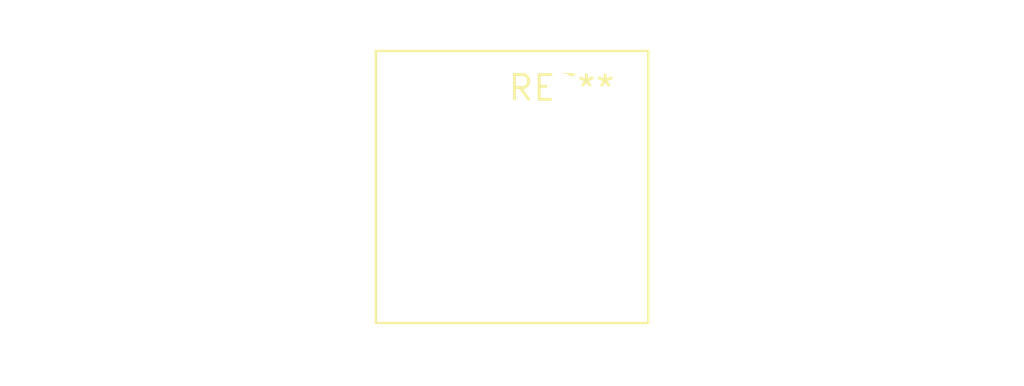
<source format=kicad_pcb>
(kicad_pcb (version 20240108) (generator pcbnew)
  (layers (0 "F.Cu" signal) (31 "B.Cu" signal) (34 "B.Paste" user) (35 "F.Paste" user) (36 "B.SilkS" user "B.Silkscreen") (37 "F.SilkS" user "F.Silkscreen") (38 "B.Mask" user) (39 "F.Mask" user) (44 "Edge.Cuts" user))
  (net 0 "")
  (footprint "SW_Cherry_MX_2.75u_PCB" (layer "F.Cu") (at 0 0)
    (property "Reference" "REF**")
    (property "Value" "SW_Cherry_MX_2.75u_PCB")
    (fp_line (start -9.525 -1.905) (end 4.445 -1.905) (layer "F.SilkS") (stroke (width 0.12)))
    (fp_line (start -9.525 12.065) (end -9.525 -1.905) (layer "F.SilkS") (stroke (width 0.12)))
    (fp_line (start 4.445 -1.905) (end 4.445 12.065) (layer "F.SilkS") (stroke (width 0.12)))
    (fp_line (start 4.445 12.065) (end -9.525 12.065) (layer "F.SilkS") (stroke (width 0.12)))
    (pad "" np_thru_hole circle (at -14.44 -1.92) (size 3.05 3.05) (drill 3.05) (layers *.Cu *.Mask))
    (pad "" np_thru_hole circle (at -14.44 13.32) (size 4 4) (drill 4) (layers *.Cu *.Mask))
    (pad "" np_thru_hole circle (at -7.62 5.08) (size 1.7 1.7) (drill 1.7) (layers *.Cu *.Mask))
    (pad "" np_thru_hole circle (at -2.54 5.08) (size 4 4) (drill 4) (layers *.Cu *.Mask))
    (pad "" np_thru_hole circle (at 2.54 5.08) (size 1.7 1.7) (drill 1.7) (layers *.Cu *.Mask))
    (pad "" np_thru_hole circle (at 9.36 -1.92) (size 3.05 3.05) (drill 3.05) (layers *.Cu *.Mask))
    (pad "" np_thru_hole circle (at 9.36 13.32) (size 4 4) (drill 4) (layers *.Cu *.Mask))
    (pad "1" thru_hole circle (at 0 0) (size 2.2 2.2) (drill 1.5) (layers *.Cu *.Mask) (remove_unused_layers))
    (pad "2" thru_hole circle (at -6.35 2.54) (size 2.2 2.2) (drill 1.5) (layers *.Cu *.Mask) (remove_unused_layers))
  )
)
</source>
